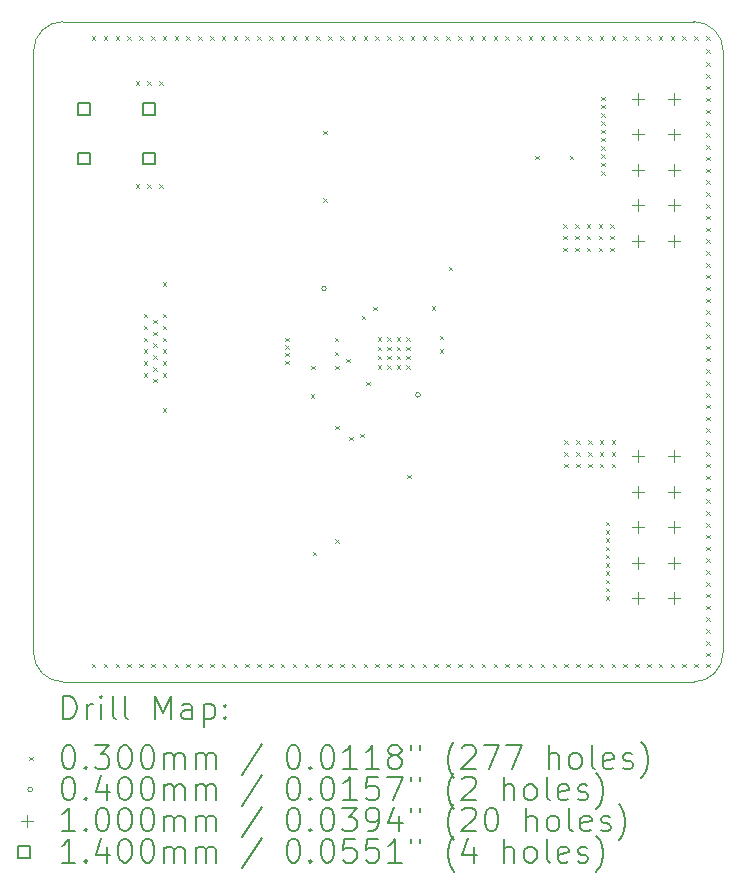
<source format=gbr>
%FSLAX45Y45*%
G04 Gerber Fmt 4.5, Leading zero omitted, Abs format (unit mm)*
G04 Created by KiCad (PCBNEW (5.99.0-12889-g70df3822b5)) date 2021-10-31 19:49:51*
%MOMM*%
%LPD*%
G01*
G04 APERTURE LIST*
%TA.AperFunction,Profile*%
%ADD10C,0.050000*%
%TD*%
%ADD11C,0.200000*%
%ADD12C,0.030000*%
%ADD13C,0.040000*%
%ADD14C,0.100000*%
%ADD15C,0.140000*%
G04 APERTURE END LIST*
D10*
X11230000Y-11270000D02*
X11230000Y-6180000D01*
X11480000Y-5930000D02*
G75*
G03*
X11230000Y-6180000I0J-250000D01*
G01*
X17070000Y-6180000D02*
G75*
G03*
X16820000Y-5930000I-250000J0D01*
G01*
X16820000Y-11520000D02*
G75*
G03*
X17070000Y-11270000I0J250000D01*
G01*
X11230000Y-11270000D02*
G75*
G03*
X11480000Y-11520000I250000J0D01*
G01*
X11480000Y-5930000D02*
X16820000Y-5930000D01*
X16820000Y-11520000D02*
X11480000Y-11520000D01*
X17070000Y-6180000D02*
X17070000Y-11270000D01*
D11*
D12*
X11725000Y-6055000D02*
X11755000Y-6085000D01*
X11755000Y-6055000D02*
X11725000Y-6085000D01*
X11725000Y-11365000D02*
X11755000Y-11395000D01*
X11755000Y-11365000D02*
X11725000Y-11395000D01*
X11825000Y-6055000D02*
X11855000Y-6085000D01*
X11855000Y-6055000D02*
X11825000Y-6085000D01*
X11825000Y-11365000D02*
X11855000Y-11395000D01*
X11855000Y-11365000D02*
X11825000Y-11395000D01*
X11925000Y-6055000D02*
X11955000Y-6085000D01*
X11955000Y-6055000D02*
X11925000Y-6085000D01*
X11925000Y-11365000D02*
X11955000Y-11395000D01*
X11955000Y-11365000D02*
X11925000Y-11395000D01*
X12025000Y-6055000D02*
X12055000Y-6085000D01*
X12055000Y-6055000D02*
X12025000Y-6085000D01*
X12025000Y-11365000D02*
X12055000Y-11395000D01*
X12055000Y-11365000D02*
X12025000Y-11395000D01*
X12095000Y-6435000D02*
X12125000Y-6465000D01*
X12125000Y-6435000D02*
X12095000Y-6465000D01*
X12095000Y-7305000D02*
X12125000Y-7335000D01*
X12125000Y-7305000D02*
X12095000Y-7335000D01*
X12125000Y-6055000D02*
X12155000Y-6085000D01*
X12155000Y-6055000D02*
X12125000Y-6085000D01*
X12125000Y-11365000D02*
X12155000Y-11395000D01*
X12155000Y-11365000D02*
X12125000Y-11395000D01*
X12165000Y-8405000D02*
X12195000Y-8435000D01*
X12195000Y-8405000D02*
X12165000Y-8435000D01*
X12165000Y-8505000D02*
X12195000Y-8535000D01*
X12195000Y-8505000D02*
X12165000Y-8535000D01*
X12165000Y-8605000D02*
X12195000Y-8635000D01*
X12195000Y-8605000D02*
X12165000Y-8635000D01*
X12165000Y-8705000D02*
X12195000Y-8735000D01*
X12195000Y-8705000D02*
X12165000Y-8735000D01*
X12165000Y-8805000D02*
X12195000Y-8835000D01*
X12195000Y-8805000D02*
X12165000Y-8835000D01*
X12165000Y-8905000D02*
X12195000Y-8935000D01*
X12195000Y-8905000D02*
X12165000Y-8935000D01*
X12195000Y-6435000D02*
X12225000Y-6465000D01*
X12225000Y-6435000D02*
X12195000Y-6465000D01*
X12195000Y-7305000D02*
X12225000Y-7335000D01*
X12225000Y-7305000D02*
X12195000Y-7335000D01*
X12225000Y-6055000D02*
X12255000Y-6085000D01*
X12255000Y-6055000D02*
X12225000Y-6085000D01*
X12225000Y-11365000D02*
X12255000Y-11395000D01*
X12255000Y-11365000D02*
X12225000Y-11395000D01*
X12245000Y-8455000D02*
X12275000Y-8485000D01*
X12275000Y-8455000D02*
X12245000Y-8485000D01*
X12245000Y-8555000D02*
X12275000Y-8585000D01*
X12275000Y-8555000D02*
X12245000Y-8585000D01*
X12245000Y-8655000D02*
X12275000Y-8685000D01*
X12275000Y-8655000D02*
X12245000Y-8685000D01*
X12245000Y-8755000D02*
X12275000Y-8785000D01*
X12275000Y-8755000D02*
X12245000Y-8785000D01*
X12245000Y-8855000D02*
X12275000Y-8885000D01*
X12275000Y-8855000D02*
X12245000Y-8885000D01*
X12245000Y-8955000D02*
X12275000Y-8985000D01*
X12275000Y-8955000D02*
X12245000Y-8985000D01*
X12295000Y-6435000D02*
X12325000Y-6465000D01*
X12325000Y-6435000D02*
X12295000Y-6465000D01*
X12295000Y-7305000D02*
X12325000Y-7335000D01*
X12325000Y-7305000D02*
X12295000Y-7335000D01*
X12325000Y-6055000D02*
X12355000Y-6085000D01*
X12355000Y-6055000D02*
X12325000Y-6085000D01*
X12325000Y-8135000D02*
X12355000Y-8165000D01*
X12355000Y-8135000D02*
X12325000Y-8165000D01*
X12325000Y-8405000D02*
X12355000Y-8435000D01*
X12355000Y-8405000D02*
X12325000Y-8435000D01*
X12325000Y-8505000D02*
X12355000Y-8535000D01*
X12355000Y-8505000D02*
X12325000Y-8535000D01*
X12325000Y-8605000D02*
X12355000Y-8635000D01*
X12355000Y-8605000D02*
X12325000Y-8635000D01*
X12325000Y-8705000D02*
X12355000Y-8735000D01*
X12355000Y-8705000D02*
X12325000Y-8735000D01*
X12325000Y-8805000D02*
X12355000Y-8835000D01*
X12355000Y-8805000D02*
X12325000Y-8835000D01*
X12325000Y-8905000D02*
X12355000Y-8935000D01*
X12355000Y-8905000D02*
X12325000Y-8935000D01*
X12325000Y-9205000D02*
X12355000Y-9235000D01*
X12355000Y-9205000D02*
X12325000Y-9235000D01*
X12325000Y-11365000D02*
X12355000Y-11395000D01*
X12355000Y-11365000D02*
X12325000Y-11395000D01*
X12425000Y-6055000D02*
X12455000Y-6085000D01*
X12455000Y-6055000D02*
X12425000Y-6085000D01*
X12425000Y-11365000D02*
X12455000Y-11395000D01*
X12455000Y-11365000D02*
X12425000Y-11395000D01*
X12525000Y-6055000D02*
X12555000Y-6085000D01*
X12555000Y-6055000D02*
X12525000Y-6085000D01*
X12525000Y-11365000D02*
X12555000Y-11395000D01*
X12555000Y-11365000D02*
X12525000Y-11395000D01*
X12625000Y-6055000D02*
X12655000Y-6085000D01*
X12655000Y-6055000D02*
X12625000Y-6085000D01*
X12625000Y-11365000D02*
X12655000Y-11395000D01*
X12655000Y-11365000D02*
X12625000Y-11395000D01*
X12725000Y-6055000D02*
X12755000Y-6085000D01*
X12755000Y-6055000D02*
X12725000Y-6085000D01*
X12725000Y-11365000D02*
X12755000Y-11395000D01*
X12755000Y-11365000D02*
X12725000Y-11395000D01*
X12825000Y-6055000D02*
X12855000Y-6085000D01*
X12855000Y-6055000D02*
X12825000Y-6085000D01*
X12825000Y-11365000D02*
X12855000Y-11395000D01*
X12855000Y-11365000D02*
X12825000Y-11395000D01*
X12925000Y-6055000D02*
X12955000Y-6085000D01*
X12955000Y-6055000D02*
X12925000Y-6085000D01*
X12925000Y-11365000D02*
X12955000Y-11395000D01*
X12955000Y-11365000D02*
X12925000Y-11395000D01*
X13025000Y-6055000D02*
X13055000Y-6085000D01*
X13055000Y-6055000D02*
X13025000Y-6085000D01*
X13025000Y-11365000D02*
X13055000Y-11395000D01*
X13055000Y-11365000D02*
X13025000Y-11395000D01*
X13125000Y-6055000D02*
X13155000Y-6085000D01*
X13155000Y-6055000D02*
X13125000Y-6085000D01*
X13125000Y-11365000D02*
X13155000Y-11395000D01*
X13155000Y-11365000D02*
X13125000Y-11395000D01*
X13225000Y-6055000D02*
X13255000Y-6085000D01*
X13255000Y-6055000D02*
X13225000Y-6085000D01*
X13225000Y-11365000D02*
X13255000Y-11395000D01*
X13255000Y-11365000D02*
X13225000Y-11395000D01*
X13325000Y-6055000D02*
X13355000Y-6085000D01*
X13355000Y-6055000D02*
X13325000Y-6085000D01*
X13325000Y-11365000D02*
X13355000Y-11395000D01*
X13355000Y-11365000D02*
X13325000Y-11395000D01*
X13360000Y-8605000D02*
X13390000Y-8635000D01*
X13390000Y-8605000D02*
X13360000Y-8635000D01*
X13360000Y-8670000D02*
X13390000Y-8700000D01*
X13390000Y-8670000D02*
X13360000Y-8700000D01*
X13360000Y-8735000D02*
X13390000Y-8765000D01*
X13390000Y-8735000D02*
X13360000Y-8765000D01*
X13360000Y-8800000D02*
X13390000Y-8830000D01*
X13390000Y-8800000D02*
X13360000Y-8830000D01*
X13425000Y-6055000D02*
X13455000Y-6085000D01*
X13455000Y-6055000D02*
X13425000Y-6085000D01*
X13425000Y-11365000D02*
X13455000Y-11395000D01*
X13455000Y-11365000D02*
X13425000Y-11395000D01*
X13525000Y-6055000D02*
X13555000Y-6085000D01*
X13555000Y-6055000D02*
X13525000Y-6085000D01*
X13525000Y-11365000D02*
X13555000Y-11395000D01*
X13555000Y-11365000D02*
X13525000Y-11395000D01*
X13576002Y-9086001D02*
X13606002Y-9116001D01*
X13606002Y-9086001D02*
X13576002Y-9116001D01*
X13580000Y-8845000D02*
X13610000Y-8875000D01*
X13610000Y-8845000D02*
X13580000Y-8875000D01*
X13595000Y-10420000D02*
X13625000Y-10450000D01*
X13625000Y-10420000D02*
X13595000Y-10450000D01*
X13625000Y-6055000D02*
X13655000Y-6085000D01*
X13655000Y-6055000D02*
X13625000Y-6085000D01*
X13625000Y-11365000D02*
X13655000Y-11395000D01*
X13655000Y-11365000D02*
X13625000Y-11395000D01*
X13685000Y-6855000D02*
X13715000Y-6885000D01*
X13715000Y-6855000D02*
X13685000Y-6885000D01*
X13685000Y-7425000D02*
X13715000Y-7455000D01*
X13715000Y-7425000D02*
X13685000Y-7455000D01*
X13725000Y-6055000D02*
X13755000Y-6085000D01*
X13755000Y-6055000D02*
X13725000Y-6085000D01*
X13725000Y-11365000D02*
X13755000Y-11395000D01*
X13755000Y-11365000D02*
X13725000Y-11395000D01*
X13779000Y-8605000D02*
X13809000Y-8635000D01*
X13809000Y-8605000D02*
X13779000Y-8635000D01*
X13779000Y-8726000D02*
X13809000Y-8756000D01*
X13809000Y-8726000D02*
X13779000Y-8756000D01*
X13785000Y-8845000D02*
X13815000Y-8875000D01*
X13815000Y-8845000D02*
X13785000Y-8875000D01*
X13785000Y-9350000D02*
X13815000Y-9380000D01*
X13815000Y-9350000D02*
X13785000Y-9380000D01*
X13785000Y-10315000D02*
X13815000Y-10345000D01*
X13815000Y-10315000D02*
X13785000Y-10345000D01*
X13825000Y-6055000D02*
X13855000Y-6085000D01*
X13855000Y-6055000D02*
X13825000Y-6085000D01*
X13825000Y-11365000D02*
X13855000Y-11395000D01*
X13855000Y-11365000D02*
X13825000Y-11395000D01*
X13880000Y-8785000D02*
X13910000Y-8815000D01*
X13910000Y-8785000D02*
X13880000Y-8815000D01*
X13905000Y-9445000D02*
X13935000Y-9475000D01*
X13935000Y-9445000D02*
X13905000Y-9475000D01*
X13925000Y-6055000D02*
X13955000Y-6085000D01*
X13955000Y-6055000D02*
X13925000Y-6085000D01*
X13925000Y-11365000D02*
X13955000Y-11395000D01*
X13955000Y-11365000D02*
X13925000Y-11395000D01*
X13995000Y-9420000D02*
X14025000Y-9450000D01*
X14025000Y-9420000D02*
X13995000Y-9450000D01*
X14010000Y-8420000D02*
X14040000Y-8450000D01*
X14040000Y-8420000D02*
X14010000Y-8450000D01*
X14025000Y-6055000D02*
X14055000Y-6085000D01*
X14055000Y-6055000D02*
X14025000Y-6085000D01*
X14025000Y-11365000D02*
X14055000Y-11395000D01*
X14055000Y-11365000D02*
X14025000Y-11395000D01*
X14045000Y-8978000D02*
X14075000Y-9008000D01*
X14075000Y-8978000D02*
X14045000Y-9008000D01*
X14105000Y-8345000D02*
X14135000Y-8375000D01*
X14135000Y-8345000D02*
X14105000Y-8375000D01*
X14125000Y-6055000D02*
X14155000Y-6085000D01*
X14155000Y-6055000D02*
X14125000Y-6085000D01*
X14125000Y-11365000D02*
X14155000Y-11395000D01*
X14155000Y-11365000D02*
X14125000Y-11395000D01*
X14145000Y-8601000D02*
X14175000Y-8631000D01*
X14175000Y-8601000D02*
X14145000Y-8631000D01*
X14145000Y-8681000D02*
X14175000Y-8711000D01*
X14175000Y-8681000D02*
X14145000Y-8711000D01*
X14145000Y-8761000D02*
X14175000Y-8791000D01*
X14175000Y-8761000D02*
X14145000Y-8791000D01*
X14145000Y-8841000D02*
X14175000Y-8871000D01*
X14175000Y-8841000D02*
X14145000Y-8871000D01*
X14225000Y-6055000D02*
X14255000Y-6085000D01*
X14255000Y-6055000D02*
X14225000Y-6085000D01*
X14225000Y-8601000D02*
X14255000Y-8631000D01*
X14255000Y-8601000D02*
X14225000Y-8631000D01*
X14225000Y-8681000D02*
X14255000Y-8711000D01*
X14255000Y-8681000D02*
X14225000Y-8711000D01*
X14225000Y-8761000D02*
X14255000Y-8791000D01*
X14255000Y-8761000D02*
X14225000Y-8791000D01*
X14225000Y-8841000D02*
X14255000Y-8871000D01*
X14255000Y-8841000D02*
X14225000Y-8871000D01*
X14225000Y-11365000D02*
X14255000Y-11395000D01*
X14255000Y-11365000D02*
X14225000Y-11395000D01*
X14305000Y-8601000D02*
X14335000Y-8631000D01*
X14335000Y-8601000D02*
X14305000Y-8631000D01*
X14305000Y-8681000D02*
X14335000Y-8711000D01*
X14335000Y-8681000D02*
X14305000Y-8711000D01*
X14305000Y-8761000D02*
X14335000Y-8791000D01*
X14335000Y-8761000D02*
X14305000Y-8791000D01*
X14305000Y-8841000D02*
X14335000Y-8871000D01*
X14335000Y-8841000D02*
X14305000Y-8871000D01*
X14325000Y-6055000D02*
X14355000Y-6085000D01*
X14355000Y-6055000D02*
X14325000Y-6085000D01*
X14325000Y-11365000D02*
X14355000Y-11395000D01*
X14355000Y-11365000D02*
X14325000Y-11395000D01*
X14385000Y-8601000D02*
X14415000Y-8631000D01*
X14415000Y-8601000D02*
X14385000Y-8631000D01*
X14385000Y-8681000D02*
X14415000Y-8711000D01*
X14415000Y-8681000D02*
X14385000Y-8711000D01*
X14385000Y-8761000D02*
X14415000Y-8791000D01*
X14415000Y-8761000D02*
X14385000Y-8791000D01*
X14385000Y-8841000D02*
X14415000Y-8871000D01*
X14415000Y-8841000D02*
X14385000Y-8871000D01*
X14395000Y-9765000D02*
X14425000Y-9795000D01*
X14425000Y-9765000D02*
X14395000Y-9795000D01*
X14425000Y-6055000D02*
X14455000Y-6085000D01*
X14455000Y-6055000D02*
X14425000Y-6085000D01*
X14425000Y-11365000D02*
X14455000Y-11395000D01*
X14455000Y-11365000D02*
X14425000Y-11395000D01*
X14525000Y-6055000D02*
X14555000Y-6085000D01*
X14555000Y-6055000D02*
X14525000Y-6085000D01*
X14525000Y-11365000D02*
X14555000Y-11395000D01*
X14555000Y-11365000D02*
X14525000Y-11395000D01*
X14600000Y-8340000D02*
X14630000Y-8370000D01*
X14630000Y-8340000D02*
X14600000Y-8370000D01*
X14625000Y-6055000D02*
X14655000Y-6085000D01*
X14655000Y-6055000D02*
X14625000Y-6085000D01*
X14625000Y-11365000D02*
X14655000Y-11395000D01*
X14655000Y-11365000D02*
X14625000Y-11395000D01*
X14669998Y-8704999D02*
X14699998Y-8734999D01*
X14699998Y-8704999D02*
X14669998Y-8734999D01*
X14670000Y-8590000D02*
X14700000Y-8620000D01*
X14700000Y-8590000D02*
X14670000Y-8620000D01*
X14725000Y-6055000D02*
X14755000Y-6085000D01*
X14755000Y-6055000D02*
X14725000Y-6085000D01*
X14725000Y-11365000D02*
X14755000Y-11395000D01*
X14755000Y-11365000D02*
X14725000Y-11395000D01*
X14745000Y-8005000D02*
X14775000Y-8035000D01*
X14775000Y-8005000D02*
X14745000Y-8035000D01*
X14825000Y-6055000D02*
X14855000Y-6085000D01*
X14855000Y-6055000D02*
X14825000Y-6085000D01*
X14825000Y-11365000D02*
X14855000Y-11395000D01*
X14855000Y-11365000D02*
X14825000Y-11395000D01*
X14925000Y-6055000D02*
X14955000Y-6085000D01*
X14955000Y-6055000D02*
X14925000Y-6085000D01*
X14925000Y-11365000D02*
X14955000Y-11395000D01*
X14955000Y-11365000D02*
X14925000Y-11395000D01*
X15025000Y-6055000D02*
X15055000Y-6085000D01*
X15055000Y-6055000D02*
X15025000Y-6085000D01*
X15025000Y-11365000D02*
X15055000Y-11395000D01*
X15055000Y-11365000D02*
X15025000Y-11395000D01*
X15125000Y-6055000D02*
X15155000Y-6085000D01*
X15155000Y-6055000D02*
X15125000Y-6085000D01*
X15125000Y-11365000D02*
X15155000Y-11395000D01*
X15155000Y-11365000D02*
X15125000Y-11395000D01*
X15225000Y-6055000D02*
X15255000Y-6085000D01*
X15255000Y-6055000D02*
X15225000Y-6085000D01*
X15225000Y-11365000D02*
X15255000Y-11395000D01*
X15255000Y-11365000D02*
X15225000Y-11395000D01*
X15325000Y-6055000D02*
X15355000Y-6085000D01*
X15355000Y-6055000D02*
X15325000Y-6085000D01*
X15325000Y-11365000D02*
X15355000Y-11395000D01*
X15355000Y-11365000D02*
X15325000Y-11395000D01*
X15425000Y-6055000D02*
X15455000Y-6085000D01*
X15455000Y-6055000D02*
X15425000Y-6085000D01*
X15425000Y-11365000D02*
X15455000Y-11395000D01*
X15455000Y-11365000D02*
X15425000Y-11395000D01*
X15480000Y-7065000D02*
X15510000Y-7095000D01*
X15510000Y-7065000D02*
X15480000Y-7095000D01*
X15525000Y-6055000D02*
X15555000Y-6085000D01*
X15555000Y-6055000D02*
X15525000Y-6085000D01*
X15525000Y-11365000D02*
X15555000Y-11395000D01*
X15555000Y-11365000D02*
X15525000Y-11395000D01*
X15625000Y-6055000D02*
X15655000Y-6085000D01*
X15655000Y-6055000D02*
X15625000Y-6085000D01*
X15625000Y-11365000D02*
X15655000Y-11395000D01*
X15655000Y-11365000D02*
X15625000Y-11395000D01*
X15715000Y-7645000D02*
X15745000Y-7675000D01*
X15745000Y-7645000D02*
X15715000Y-7675000D01*
X15715000Y-7745000D02*
X15745000Y-7775000D01*
X15745000Y-7745000D02*
X15715000Y-7775000D01*
X15715000Y-7845000D02*
X15745000Y-7875000D01*
X15745000Y-7845000D02*
X15715000Y-7875000D01*
X15725000Y-6055000D02*
X15755000Y-6085000D01*
X15755000Y-6055000D02*
X15725000Y-6085000D01*
X15725000Y-9475000D02*
X15755000Y-9505000D01*
X15755000Y-9475000D02*
X15725000Y-9505000D01*
X15725000Y-9575000D02*
X15755000Y-9605000D01*
X15755000Y-9575000D02*
X15725000Y-9605000D01*
X15725000Y-9675000D02*
X15755000Y-9705000D01*
X15755000Y-9675000D02*
X15725000Y-9705000D01*
X15725000Y-11365000D02*
X15755000Y-11395000D01*
X15755000Y-11365000D02*
X15725000Y-11395000D01*
X15770000Y-7065000D02*
X15800000Y-7095000D01*
X15800000Y-7065000D02*
X15770000Y-7095000D01*
X15815000Y-7645000D02*
X15845000Y-7675000D01*
X15845000Y-7645000D02*
X15815000Y-7675000D01*
X15815000Y-7745000D02*
X15845000Y-7775000D01*
X15845000Y-7745000D02*
X15815000Y-7775000D01*
X15815000Y-7845000D02*
X15845000Y-7875000D01*
X15845000Y-7845000D02*
X15815000Y-7875000D01*
X15825000Y-6055000D02*
X15855000Y-6085000D01*
X15855000Y-6055000D02*
X15825000Y-6085000D01*
X15825000Y-9475000D02*
X15855000Y-9505000D01*
X15855000Y-9475000D02*
X15825000Y-9505000D01*
X15825000Y-9575000D02*
X15855000Y-9605000D01*
X15855000Y-9575000D02*
X15825000Y-9605000D01*
X15825000Y-9675000D02*
X15855000Y-9705000D01*
X15855000Y-9675000D02*
X15825000Y-9705000D01*
X15825000Y-11365000D02*
X15855000Y-11395000D01*
X15855000Y-11365000D02*
X15825000Y-11395000D01*
X15915000Y-7645000D02*
X15945000Y-7675000D01*
X15945000Y-7645000D02*
X15915000Y-7675000D01*
X15915000Y-7745000D02*
X15945000Y-7775000D01*
X15945000Y-7745000D02*
X15915000Y-7775000D01*
X15915000Y-7845000D02*
X15945000Y-7875000D01*
X15945000Y-7845000D02*
X15915000Y-7875000D01*
X15925000Y-6055000D02*
X15955000Y-6085000D01*
X15955000Y-6055000D02*
X15925000Y-6085000D01*
X15925000Y-9475000D02*
X15955000Y-9505000D01*
X15955000Y-9475000D02*
X15925000Y-9505000D01*
X15925000Y-9575000D02*
X15955000Y-9605000D01*
X15955000Y-9575000D02*
X15925000Y-9605000D01*
X15925000Y-9675000D02*
X15955000Y-9705000D01*
X15955000Y-9675000D02*
X15925000Y-9705000D01*
X15925000Y-11365000D02*
X15955000Y-11395000D01*
X15955000Y-11365000D02*
X15925000Y-11395000D01*
X16015000Y-7645000D02*
X16045000Y-7675000D01*
X16045000Y-7645000D02*
X16015000Y-7675000D01*
X16015000Y-7745000D02*
X16045000Y-7775000D01*
X16045000Y-7745000D02*
X16015000Y-7775000D01*
X16015000Y-7845000D02*
X16045000Y-7875000D01*
X16045000Y-7845000D02*
X16015000Y-7875000D01*
X16025000Y-6055000D02*
X16055000Y-6085000D01*
X16055000Y-6055000D02*
X16025000Y-6085000D01*
X16025000Y-9475000D02*
X16055000Y-9505000D01*
X16055000Y-9475000D02*
X16025000Y-9505000D01*
X16025000Y-9575000D02*
X16055000Y-9605000D01*
X16055000Y-9575000D02*
X16025000Y-9605000D01*
X16025000Y-9675000D02*
X16055000Y-9705000D01*
X16055000Y-9675000D02*
X16025000Y-9705000D01*
X16025000Y-11365000D02*
X16055000Y-11395000D01*
X16055000Y-11365000D02*
X16025000Y-11395000D01*
X16035000Y-6565000D02*
X16065000Y-6595000D01*
X16065000Y-6565000D02*
X16035000Y-6595000D01*
X16035000Y-6635000D02*
X16065000Y-6665000D01*
X16065000Y-6635000D02*
X16035000Y-6665000D01*
X16035000Y-6705000D02*
X16065000Y-6735000D01*
X16065000Y-6705000D02*
X16035000Y-6735000D01*
X16035000Y-6775000D02*
X16065000Y-6805000D01*
X16065000Y-6775000D02*
X16035000Y-6805000D01*
X16035000Y-6845000D02*
X16065000Y-6875000D01*
X16065000Y-6845000D02*
X16035000Y-6875000D01*
X16035000Y-6915000D02*
X16065000Y-6945000D01*
X16065000Y-6915000D02*
X16035000Y-6945000D01*
X16035000Y-6985000D02*
X16065000Y-7015000D01*
X16065000Y-6985000D02*
X16035000Y-7015000D01*
X16035000Y-7055000D02*
X16065000Y-7085000D01*
X16065000Y-7055000D02*
X16035000Y-7085000D01*
X16035000Y-7125000D02*
X16065000Y-7155000D01*
X16065000Y-7125000D02*
X16035000Y-7155000D01*
X16035000Y-7195000D02*
X16065000Y-7225000D01*
X16065000Y-7195000D02*
X16035000Y-7225000D01*
X16075000Y-10165000D02*
X16105000Y-10195000D01*
X16105000Y-10165000D02*
X16075000Y-10195000D01*
X16075000Y-10235000D02*
X16105000Y-10265000D01*
X16105000Y-10235000D02*
X16075000Y-10265000D01*
X16075000Y-10305000D02*
X16105000Y-10335000D01*
X16105000Y-10305000D02*
X16075000Y-10335000D01*
X16075000Y-10375000D02*
X16105000Y-10405000D01*
X16105000Y-10375000D02*
X16075000Y-10405000D01*
X16075000Y-10445000D02*
X16105000Y-10475000D01*
X16105000Y-10445000D02*
X16075000Y-10475000D01*
X16075000Y-10515000D02*
X16105000Y-10545000D01*
X16105000Y-10515000D02*
X16075000Y-10545000D01*
X16075000Y-10585000D02*
X16105000Y-10615000D01*
X16105000Y-10585000D02*
X16075000Y-10615000D01*
X16075000Y-10655000D02*
X16105000Y-10685000D01*
X16105000Y-10655000D02*
X16075000Y-10685000D01*
X16075000Y-10725000D02*
X16105000Y-10755000D01*
X16105000Y-10725000D02*
X16075000Y-10755000D01*
X16075000Y-10795000D02*
X16105000Y-10825000D01*
X16105000Y-10795000D02*
X16075000Y-10825000D01*
X16115000Y-7645000D02*
X16145000Y-7675000D01*
X16145000Y-7645000D02*
X16115000Y-7675000D01*
X16115000Y-7745000D02*
X16145000Y-7775000D01*
X16145000Y-7745000D02*
X16115000Y-7775000D01*
X16115000Y-7845000D02*
X16145000Y-7875000D01*
X16145000Y-7845000D02*
X16115000Y-7875000D01*
X16125000Y-6055000D02*
X16155000Y-6085000D01*
X16155000Y-6055000D02*
X16125000Y-6085000D01*
X16125000Y-9475000D02*
X16155000Y-9505000D01*
X16155000Y-9475000D02*
X16125000Y-9505000D01*
X16125000Y-9575000D02*
X16155000Y-9605000D01*
X16155000Y-9575000D02*
X16125000Y-9605000D01*
X16125000Y-9675000D02*
X16155000Y-9705000D01*
X16155000Y-9675000D02*
X16125000Y-9705000D01*
X16125000Y-11365000D02*
X16155000Y-11395000D01*
X16155000Y-11365000D02*
X16125000Y-11395000D01*
X16225000Y-6055000D02*
X16255000Y-6085000D01*
X16255000Y-6055000D02*
X16225000Y-6085000D01*
X16225000Y-11365000D02*
X16255000Y-11395000D01*
X16255000Y-11365000D02*
X16225000Y-11395000D01*
X16325000Y-6055000D02*
X16355000Y-6085000D01*
X16355000Y-6055000D02*
X16325000Y-6085000D01*
X16325000Y-11365000D02*
X16355000Y-11395000D01*
X16355000Y-11365000D02*
X16325000Y-11395000D01*
X16425000Y-6055000D02*
X16455000Y-6085000D01*
X16455000Y-6055000D02*
X16425000Y-6085000D01*
X16425000Y-11365000D02*
X16455000Y-11395000D01*
X16455000Y-11365000D02*
X16425000Y-11395000D01*
X16525000Y-6055000D02*
X16555000Y-6085000D01*
X16555000Y-6055000D02*
X16525000Y-6085000D01*
X16525000Y-11365000D02*
X16555000Y-11395000D01*
X16555000Y-11365000D02*
X16525000Y-11395000D01*
X16625000Y-6055000D02*
X16655000Y-6085000D01*
X16655000Y-6055000D02*
X16625000Y-6085000D01*
X16625000Y-11365000D02*
X16655000Y-11395000D01*
X16655000Y-11365000D02*
X16625000Y-11395000D01*
X16725000Y-6055000D02*
X16755000Y-6085000D01*
X16755000Y-6055000D02*
X16725000Y-6085000D01*
X16725000Y-11365000D02*
X16755000Y-11395000D01*
X16755000Y-11365000D02*
X16725000Y-11395000D01*
X16825000Y-6055000D02*
X16855000Y-6085000D01*
X16855000Y-6055000D02*
X16825000Y-6085000D01*
X16825000Y-11365000D02*
X16855000Y-11395000D01*
X16855000Y-11365000D02*
X16825000Y-11395000D01*
X16925000Y-6055000D02*
X16955000Y-6085000D01*
X16955000Y-6055000D02*
X16925000Y-6085000D01*
X16925000Y-6165000D02*
X16955000Y-6195000D01*
X16955000Y-6165000D02*
X16925000Y-6195000D01*
X16925000Y-6375000D02*
X16955000Y-6405000D01*
X16955000Y-6375000D02*
X16925000Y-6405000D01*
X16925000Y-6475000D02*
X16955000Y-6505000D01*
X16955000Y-6475000D02*
X16925000Y-6505000D01*
X16925000Y-6575000D02*
X16955000Y-6605000D01*
X16955000Y-6575000D02*
X16925000Y-6605000D01*
X16925000Y-6775000D02*
X16955000Y-6805000D01*
X16955000Y-6775000D02*
X16925000Y-6805000D01*
X16925000Y-6875000D02*
X16955000Y-6905000D01*
X16955000Y-6875000D02*
X16925000Y-6905000D01*
X16925000Y-6975000D02*
X16955000Y-7005000D01*
X16955000Y-6975000D02*
X16925000Y-7005000D01*
X16925000Y-7275000D02*
X16955000Y-7305000D01*
X16955000Y-7275000D02*
X16925000Y-7305000D01*
X16925000Y-7375000D02*
X16955000Y-7405000D01*
X16955000Y-7375000D02*
X16925000Y-7405000D01*
X16925000Y-7475000D02*
X16955000Y-7505000D01*
X16955000Y-7475000D02*
X16925000Y-7505000D01*
X16925000Y-7675000D02*
X16955000Y-7705000D01*
X16955000Y-7675000D02*
X16925000Y-7705000D01*
X16925000Y-7775000D02*
X16955000Y-7805000D01*
X16955000Y-7775000D02*
X16925000Y-7805000D01*
X16925000Y-7875000D02*
X16955000Y-7905000D01*
X16955000Y-7875000D02*
X16925000Y-7905000D01*
X16925000Y-7975000D02*
X16955000Y-8005000D01*
X16955000Y-7975000D02*
X16925000Y-8005000D01*
X16925000Y-8175000D02*
X16955000Y-8205000D01*
X16955000Y-8175000D02*
X16925000Y-8205000D01*
X16925000Y-8275000D02*
X16955000Y-8305000D01*
X16955000Y-8275000D02*
X16925000Y-8305000D01*
X16925000Y-8375000D02*
X16955000Y-8405000D01*
X16955000Y-8375000D02*
X16925000Y-8405000D01*
X16925000Y-8575000D02*
X16955000Y-8605000D01*
X16955000Y-8575000D02*
X16925000Y-8605000D01*
X16925000Y-8675000D02*
X16955000Y-8705000D01*
X16955000Y-8675000D02*
X16925000Y-8705000D01*
X16925000Y-8775000D02*
X16955000Y-8805000D01*
X16955000Y-8775000D02*
X16925000Y-8805000D01*
X16925000Y-8875000D02*
X16955000Y-8905000D01*
X16955000Y-8875000D02*
X16925000Y-8905000D01*
X16925000Y-9075000D02*
X16955000Y-9105000D01*
X16955000Y-9075000D02*
X16925000Y-9105000D01*
X16925000Y-9175000D02*
X16955000Y-9205000D01*
X16955000Y-9175000D02*
X16925000Y-9205000D01*
X16925000Y-9275000D02*
X16955000Y-9305000D01*
X16955000Y-9275000D02*
X16925000Y-9305000D01*
X16925000Y-9575000D02*
X16955000Y-9605000D01*
X16955000Y-9575000D02*
X16925000Y-9605000D01*
X16925000Y-9675000D02*
X16955000Y-9705000D01*
X16955000Y-9675000D02*
X16925000Y-9705000D01*
X16925000Y-9775000D02*
X16955000Y-9805000D01*
X16955000Y-9775000D02*
X16925000Y-9805000D01*
X16925000Y-9975000D02*
X16955000Y-10005000D01*
X16955000Y-9975000D02*
X16925000Y-10005000D01*
X16925000Y-10075000D02*
X16955000Y-10105000D01*
X16955000Y-10075000D02*
X16925000Y-10105000D01*
X16925000Y-10175000D02*
X16955000Y-10205000D01*
X16955000Y-10175000D02*
X16925000Y-10205000D01*
X16925000Y-10475000D02*
X16955000Y-10505000D01*
X16955000Y-10475000D02*
X16925000Y-10505000D01*
X16925000Y-10575000D02*
X16955000Y-10605000D01*
X16955000Y-10575000D02*
X16925000Y-10605000D01*
X16925000Y-10675000D02*
X16955000Y-10705000D01*
X16955000Y-10675000D02*
X16925000Y-10705000D01*
X16925000Y-10875000D02*
X16955000Y-10905000D01*
X16955000Y-10875000D02*
X16925000Y-10905000D01*
X16925000Y-10975000D02*
X16955000Y-11005000D01*
X16955000Y-10975000D02*
X16925000Y-11005000D01*
X16925000Y-11075000D02*
X16955000Y-11105000D01*
X16955000Y-11075000D02*
X16925000Y-11105000D01*
X16925000Y-11175000D02*
X16955000Y-11205000D01*
X16955000Y-11175000D02*
X16925000Y-11205000D01*
X16925000Y-11365000D02*
X16955000Y-11395000D01*
X16955000Y-11365000D02*
X16925000Y-11395000D01*
X16925000Y-6275000D02*
X16955000Y-6305000D01*
X16955000Y-6275000D02*
X16925000Y-6305000D01*
X16925000Y-6675000D02*
X16955000Y-6705000D01*
X16955000Y-6675000D02*
X16925000Y-6705000D01*
X16925000Y-7075000D02*
X16955000Y-7105000D01*
X16955000Y-7075000D02*
X16925000Y-7105000D01*
X16925000Y-7175000D02*
X16955000Y-7205000D01*
X16955000Y-7175000D02*
X16925000Y-7205000D01*
X16925000Y-7575000D02*
X16955000Y-7605000D01*
X16955000Y-7575000D02*
X16925000Y-7605000D01*
X16925000Y-8075000D02*
X16955000Y-8105000D01*
X16955000Y-8075000D02*
X16925000Y-8105000D01*
X16925000Y-8475000D02*
X16955000Y-8505000D01*
X16955000Y-8475000D02*
X16925000Y-8505000D01*
X16925000Y-8975000D02*
X16955000Y-9005000D01*
X16955000Y-8975000D02*
X16925000Y-9005000D01*
X16925000Y-9375000D02*
X16955000Y-9405000D01*
X16955000Y-9375000D02*
X16925000Y-9405000D01*
X16925000Y-9475000D02*
X16955000Y-9505000D01*
X16955000Y-9475000D02*
X16925000Y-9505000D01*
X16925000Y-9875000D02*
X16955000Y-9905000D01*
X16955000Y-9875000D02*
X16925000Y-9905000D01*
X16925000Y-10275000D02*
X16955000Y-10305000D01*
X16955000Y-10275000D02*
X16925000Y-10305000D01*
X16925000Y-10375000D02*
X16955000Y-10405000D01*
X16955000Y-10375000D02*
X16925000Y-10405000D01*
X16925000Y-10775000D02*
X16955000Y-10805000D01*
X16955000Y-10775000D02*
X16925000Y-10805000D01*
X16925000Y-11275000D02*
X16955000Y-11305000D01*
X16955000Y-11275000D02*
X16925000Y-11305000D01*
D13*
X13710000Y-8190000D02*
G75*
G03*
X13710000Y-8190000I-20000J0D01*
G01*
X14505000Y-9090000D02*
G75*
G03*
X14505000Y-9090000I-20000J0D01*
G01*
D14*
X16350000Y-6536000D02*
X16350000Y-6636000D01*
X16300000Y-6586000D02*
X16400000Y-6586000D01*
X16350000Y-6836000D02*
X16350000Y-6936000D01*
X16300000Y-6886000D02*
X16400000Y-6886000D01*
X16350000Y-7136000D02*
X16350000Y-7236000D01*
X16300000Y-7186000D02*
X16400000Y-7186000D01*
X16350000Y-7436000D02*
X16350000Y-7536000D01*
X16300000Y-7486000D02*
X16400000Y-7486000D01*
X16350000Y-7736000D02*
X16350000Y-7836000D01*
X16300000Y-7786000D02*
X16400000Y-7786000D01*
X16350000Y-9561000D02*
X16350000Y-9661000D01*
X16300000Y-9611000D02*
X16400000Y-9611000D01*
X16350000Y-9861000D02*
X16350000Y-9961000D01*
X16300000Y-9911000D02*
X16400000Y-9911000D01*
X16350000Y-10161000D02*
X16350000Y-10261000D01*
X16300000Y-10211000D02*
X16400000Y-10211000D01*
X16350000Y-10461000D02*
X16350000Y-10561000D01*
X16300000Y-10511000D02*
X16400000Y-10511000D01*
X16350000Y-10761000D02*
X16350000Y-10861000D01*
X16300000Y-10811000D02*
X16400000Y-10811000D01*
X16650000Y-6536000D02*
X16650000Y-6636000D01*
X16600000Y-6586000D02*
X16700000Y-6586000D01*
X16650000Y-6836000D02*
X16650000Y-6936000D01*
X16600000Y-6886000D02*
X16700000Y-6886000D01*
X16650000Y-7136000D02*
X16650000Y-7236000D01*
X16600000Y-7186000D02*
X16700000Y-7186000D01*
X16650000Y-7436000D02*
X16650000Y-7536000D01*
X16600000Y-7486000D02*
X16700000Y-7486000D01*
X16650000Y-7736000D02*
X16650000Y-7836000D01*
X16600000Y-7786000D02*
X16700000Y-7786000D01*
X16650000Y-9561000D02*
X16650000Y-9661000D01*
X16600000Y-9611000D02*
X16700000Y-9611000D01*
X16650000Y-9861000D02*
X16650000Y-9961000D01*
X16600000Y-9911000D02*
X16700000Y-9911000D01*
X16650000Y-10161000D02*
X16650000Y-10261000D01*
X16600000Y-10211000D02*
X16700000Y-10211000D01*
X16650000Y-10461000D02*
X16650000Y-10561000D01*
X16600000Y-10511000D02*
X16700000Y-10511000D01*
X16650000Y-10761000D02*
X16650000Y-10861000D01*
X16600000Y-10811000D02*
X16700000Y-10811000D01*
D15*
X11709498Y-6719498D02*
X11709498Y-6620502D01*
X11610502Y-6620502D01*
X11610502Y-6719498D01*
X11709498Y-6719498D01*
X11709498Y-7139498D02*
X11709498Y-7040502D01*
X11610502Y-7040502D01*
X11610502Y-7139498D01*
X11709498Y-7139498D01*
X12259498Y-6719498D02*
X12259498Y-6620502D01*
X12160502Y-6620502D01*
X12160502Y-6719498D01*
X12259498Y-6719498D01*
X12259498Y-7139498D02*
X12259498Y-7040502D01*
X12160502Y-7040502D01*
X12160502Y-7139498D01*
X12259498Y-7139498D01*
D11*
X11480119Y-11837976D02*
X11480119Y-11637976D01*
X11527738Y-11637976D01*
X11556309Y-11647500D01*
X11575357Y-11666548D01*
X11584881Y-11685595D01*
X11594405Y-11723690D01*
X11594405Y-11752262D01*
X11584881Y-11790357D01*
X11575357Y-11809405D01*
X11556309Y-11828452D01*
X11527738Y-11837976D01*
X11480119Y-11837976D01*
X11680119Y-11837976D02*
X11680119Y-11704643D01*
X11680119Y-11742738D02*
X11689643Y-11723690D01*
X11699167Y-11714167D01*
X11718214Y-11704643D01*
X11737262Y-11704643D01*
X11803928Y-11837976D02*
X11803928Y-11704643D01*
X11803928Y-11637976D02*
X11794405Y-11647500D01*
X11803928Y-11657024D01*
X11813452Y-11647500D01*
X11803928Y-11637976D01*
X11803928Y-11657024D01*
X11927738Y-11837976D02*
X11908690Y-11828452D01*
X11899167Y-11809405D01*
X11899167Y-11637976D01*
X12032500Y-11837976D02*
X12013452Y-11828452D01*
X12003928Y-11809405D01*
X12003928Y-11637976D01*
X12261071Y-11837976D02*
X12261071Y-11637976D01*
X12327738Y-11780833D01*
X12394405Y-11637976D01*
X12394405Y-11837976D01*
X12575357Y-11837976D02*
X12575357Y-11733214D01*
X12565833Y-11714167D01*
X12546786Y-11704643D01*
X12508690Y-11704643D01*
X12489643Y-11714167D01*
X12575357Y-11828452D02*
X12556309Y-11837976D01*
X12508690Y-11837976D01*
X12489643Y-11828452D01*
X12480119Y-11809405D01*
X12480119Y-11790357D01*
X12489643Y-11771309D01*
X12508690Y-11761786D01*
X12556309Y-11761786D01*
X12575357Y-11752262D01*
X12670595Y-11704643D02*
X12670595Y-11904643D01*
X12670595Y-11714167D02*
X12689643Y-11704643D01*
X12727738Y-11704643D01*
X12746786Y-11714167D01*
X12756309Y-11723690D01*
X12765833Y-11742738D01*
X12765833Y-11799881D01*
X12756309Y-11818928D01*
X12746786Y-11828452D01*
X12727738Y-11837976D01*
X12689643Y-11837976D01*
X12670595Y-11828452D01*
X12851548Y-11818928D02*
X12861071Y-11828452D01*
X12851548Y-11837976D01*
X12842024Y-11828452D01*
X12851548Y-11818928D01*
X12851548Y-11837976D01*
X12851548Y-11714167D02*
X12861071Y-11723690D01*
X12851548Y-11733214D01*
X12842024Y-11723690D01*
X12851548Y-11714167D01*
X12851548Y-11733214D01*
D12*
X11192500Y-12152500D02*
X11222500Y-12182500D01*
X11222500Y-12152500D02*
X11192500Y-12182500D01*
D11*
X11518214Y-12057976D02*
X11537262Y-12057976D01*
X11556309Y-12067500D01*
X11565833Y-12077024D01*
X11575357Y-12096071D01*
X11584881Y-12134167D01*
X11584881Y-12181786D01*
X11575357Y-12219881D01*
X11565833Y-12238928D01*
X11556309Y-12248452D01*
X11537262Y-12257976D01*
X11518214Y-12257976D01*
X11499167Y-12248452D01*
X11489643Y-12238928D01*
X11480119Y-12219881D01*
X11470595Y-12181786D01*
X11470595Y-12134167D01*
X11480119Y-12096071D01*
X11489643Y-12077024D01*
X11499167Y-12067500D01*
X11518214Y-12057976D01*
X11670595Y-12238928D02*
X11680119Y-12248452D01*
X11670595Y-12257976D01*
X11661071Y-12248452D01*
X11670595Y-12238928D01*
X11670595Y-12257976D01*
X11746786Y-12057976D02*
X11870595Y-12057976D01*
X11803928Y-12134167D01*
X11832500Y-12134167D01*
X11851548Y-12143690D01*
X11861071Y-12153214D01*
X11870595Y-12172262D01*
X11870595Y-12219881D01*
X11861071Y-12238928D01*
X11851548Y-12248452D01*
X11832500Y-12257976D01*
X11775357Y-12257976D01*
X11756309Y-12248452D01*
X11746786Y-12238928D01*
X11994405Y-12057976D02*
X12013452Y-12057976D01*
X12032500Y-12067500D01*
X12042024Y-12077024D01*
X12051548Y-12096071D01*
X12061071Y-12134167D01*
X12061071Y-12181786D01*
X12051548Y-12219881D01*
X12042024Y-12238928D01*
X12032500Y-12248452D01*
X12013452Y-12257976D01*
X11994405Y-12257976D01*
X11975357Y-12248452D01*
X11965833Y-12238928D01*
X11956309Y-12219881D01*
X11946786Y-12181786D01*
X11946786Y-12134167D01*
X11956309Y-12096071D01*
X11965833Y-12077024D01*
X11975357Y-12067500D01*
X11994405Y-12057976D01*
X12184881Y-12057976D02*
X12203928Y-12057976D01*
X12222976Y-12067500D01*
X12232500Y-12077024D01*
X12242024Y-12096071D01*
X12251548Y-12134167D01*
X12251548Y-12181786D01*
X12242024Y-12219881D01*
X12232500Y-12238928D01*
X12222976Y-12248452D01*
X12203928Y-12257976D01*
X12184881Y-12257976D01*
X12165833Y-12248452D01*
X12156309Y-12238928D01*
X12146786Y-12219881D01*
X12137262Y-12181786D01*
X12137262Y-12134167D01*
X12146786Y-12096071D01*
X12156309Y-12077024D01*
X12165833Y-12067500D01*
X12184881Y-12057976D01*
X12337262Y-12257976D02*
X12337262Y-12124643D01*
X12337262Y-12143690D02*
X12346786Y-12134167D01*
X12365833Y-12124643D01*
X12394405Y-12124643D01*
X12413452Y-12134167D01*
X12422976Y-12153214D01*
X12422976Y-12257976D01*
X12422976Y-12153214D02*
X12432500Y-12134167D01*
X12451548Y-12124643D01*
X12480119Y-12124643D01*
X12499167Y-12134167D01*
X12508690Y-12153214D01*
X12508690Y-12257976D01*
X12603928Y-12257976D02*
X12603928Y-12124643D01*
X12603928Y-12143690D02*
X12613452Y-12134167D01*
X12632500Y-12124643D01*
X12661071Y-12124643D01*
X12680119Y-12134167D01*
X12689643Y-12153214D01*
X12689643Y-12257976D01*
X12689643Y-12153214D02*
X12699167Y-12134167D01*
X12718214Y-12124643D01*
X12746786Y-12124643D01*
X12765833Y-12134167D01*
X12775357Y-12153214D01*
X12775357Y-12257976D01*
X13165833Y-12048452D02*
X12994405Y-12305595D01*
X13422976Y-12057976D02*
X13442024Y-12057976D01*
X13461071Y-12067500D01*
X13470595Y-12077024D01*
X13480119Y-12096071D01*
X13489643Y-12134167D01*
X13489643Y-12181786D01*
X13480119Y-12219881D01*
X13470595Y-12238928D01*
X13461071Y-12248452D01*
X13442024Y-12257976D01*
X13422976Y-12257976D01*
X13403928Y-12248452D01*
X13394405Y-12238928D01*
X13384881Y-12219881D01*
X13375357Y-12181786D01*
X13375357Y-12134167D01*
X13384881Y-12096071D01*
X13394405Y-12077024D01*
X13403928Y-12067500D01*
X13422976Y-12057976D01*
X13575357Y-12238928D02*
X13584881Y-12248452D01*
X13575357Y-12257976D01*
X13565833Y-12248452D01*
X13575357Y-12238928D01*
X13575357Y-12257976D01*
X13708690Y-12057976D02*
X13727738Y-12057976D01*
X13746786Y-12067500D01*
X13756309Y-12077024D01*
X13765833Y-12096071D01*
X13775357Y-12134167D01*
X13775357Y-12181786D01*
X13765833Y-12219881D01*
X13756309Y-12238928D01*
X13746786Y-12248452D01*
X13727738Y-12257976D01*
X13708690Y-12257976D01*
X13689643Y-12248452D01*
X13680119Y-12238928D01*
X13670595Y-12219881D01*
X13661071Y-12181786D01*
X13661071Y-12134167D01*
X13670595Y-12096071D01*
X13680119Y-12077024D01*
X13689643Y-12067500D01*
X13708690Y-12057976D01*
X13965833Y-12257976D02*
X13851548Y-12257976D01*
X13908690Y-12257976D02*
X13908690Y-12057976D01*
X13889643Y-12086548D01*
X13870595Y-12105595D01*
X13851548Y-12115119D01*
X14156309Y-12257976D02*
X14042024Y-12257976D01*
X14099167Y-12257976D02*
X14099167Y-12057976D01*
X14080119Y-12086548D01*
X14061071Y-12105595D01*
X14042024Y-12115119D01*
X14270595Y-12143690D02*
X14251548Y-12134167D01*
X14242024Y-12124643D01*
X14232500Y-12105595D01*
X14232500Y-12096071D01*
X14242024Y-12077024D01*
X14251548Y-12067500D01*
X14270595Y-12057976D01*
X14308690Y-12057976D01*
X14327738Y-12067500D01*
X14337262Y-12077024D01*
X14346786Y-12096071D01*
X14346786Y-12105595D01*
X14337262Y-12124643D01*
X14327738Y-12134167D01*
X14308690Y-12143690D01*
X14270595Y-12143690D01*
X14251548Y-12153214D01*
X14242024Y-12162738D01*
X14232500Y-12181786D01*
X14232500Y-12219881D01*
X14242024Y-12238928D01*
X14251548Y-12248452D01*
X14270595Y-12257976D01*
X14308690Y-12257976D01*
X14327738Y-12248452D01*
X14337262Y-12238928D01*
X14346786Y-12219881D01*
X14346786Y-12181786D01*
X14337262Y-12162738D01*
X14327738Y-12153214D01*
X14308690Y-12143690D01*
X14422976Y-12057976D02*
X14422976Y-12096071D01*
X14499167Y-12057976D02*
X14499167Y-12096071D01*
X14794405Y-12334167D02*
X14784881Y-12324643D01*
X14765833Y-12296071D01*
X14756309Y-12277024D01*
X14746786Y-12248452D01*
X14737262Y-12200833D01*
X14737262Y-12162738D01*
X14746786Y-12115119D01*
X14756309Y-12086548D01*
X14765833Y-12067500D01*
X14784881Y-12038928D01*
X14794405Y-12029405D01*
X14861071Y-12077024D02*
X14870595Y-12067500D01*
X14889643Y-12057976D01*
X14937262Y-12057976D01*
X14956309Y-12067500D01*
X14965833Y-12077024D01*
X14975357Y-12096071D01*
X14975357Y-12115119D01*
X14965833Y-12143690D01*
X14851548Y-12257976D01*
X14975357Y-12257976D01*
X15042024Y-12057976D02*
X15175357Y-12057976D01*
X15089643Y-12257976D01*
X15232500Y-12057976D02*
X15365833Y-12057976D01*
X15280119Y-12257976D01*
X15594405Y-12257976D02*
X15594405Y-12057976D01*
X15680119Y-12257976D02*
X15680119Y-12153214D01*
X15670595Y-12134167D01*
X15651548Y-12124643D01*
X15622976Y-12124643D01*
X15603928Y-12134167D01*
X15594405Y-12143690D01*
X15803928Y-12257976D02*
X15784881Y-12248452D01*
X15775357Y-12238928D01*
X15765833Y-12219881D01*
X15765833Y-12162738D01*
X15775357Y-12143690D01*
X15784881Y-12134167D01*
X15803928Y-12124643D01*
X15832500Y-12124643D01*
X15851548Y-12134167D01*
X15861071Y-12143690D01*
X15870595Y-12162738D01*
X15870595Y-12219881D01*
X15861071Y-12238928D01*
X15851548Y-12248452D01*
X15832500Y-12257976D01*
X15803928Y-12257976D01*
X15984881Y-12257976D02*
X15965833Y-12248452D01*
X15956309Y-12229405D01*
X15956309Y-12057976D01*
X16137262Y-12248452D02*
X16118214Y-12257976D01*
X16080119Y-12257976D01*
X16061071Y-12248452D01*
X16051548Y-12229405D01*
X16051548Y-12153214D01*
X16061071Y-12134167D01*
X16080119Y-12124643D01*
X16118214Y-12124643D01*
X16137262Y-12134167D01*
X16146786Y-12153214D01*
X16146786Y-12172262D01*
X16051548Y-12191309D01*
X16222976Y-12248452D02*
X16242024Y-12257976D01*
X16280119Y-12257976D01*
X16299167Y-12248452D01*
X16308690Y-12229405D01*
X16308690Y-12219881D01*
X16299167Y-12200833D01*
X16280119Y-12191309D01*
X16251548Y-12191309D01*
X16232500Y-12181786D01*
X16222976Y-12162738D01*
X16222976Y-12153214D01*
X16232500Y-12134167D01*
X16251548Y-12124643D01*
X16280119Y-12124643D01*
X16299167Y-12134167D01*
X16375357Y-12334167D02*
X16384881Y-12324643D01*
X16403928Y-12296071D01*
X16413452Y-12277024D01*
X16422976Y-12248452D01*
X16432500Y-12200833D01*
X16432500Y-12162738D01*
X16422976Y-12115119D01*
X16413452Y-12086548D01*
X16403928Y-12067500D01*
X16384881Y-12038928D01*
X16375357Y-12029405D01*
D13*
X11222500Y-12431500D02*
G75*
G03*
X11222500Y-12431500I-20000J0D01*
G01*
D11*
X11518214Y-12321976D02*
X11537262Y-12321976D01*
X11556309Y-12331500D01*
X11565833Y-12341024D01*
X11575357Y-12360071D01*
X11584881Y-12398167D01*
X11584881Y-12445786D01*
X11575357Y-12483881D01*
X11565833Y-12502928D01*
X11556309Y-12512452D01*
X11537262Y-12521976D01*
X11518214Y-12521976D01*
X11499167Y-12512452D01*
X11489643Y-12502928D01*
X11480119Y-12483881D01*
X11470595Y-12445786D01*
X11470595Y-12398167D01*
X11480119Y-12360071D01*
X11489643Y-12341024D01*
X11499167Y-12331500D01*
X11518214Y-12321976D01*
X11670595Y-12502928D02*
X11680119Y-12512452D01*
X11670595Y-12521976D01*
X11661071Y-12512452D01*
X11670595Y-12502928D01*
X11670595Y-12521976D01*
X11851548Y-12388643D02*
X11851548Y-12521976D01*
X11803928Y-12312452D02*
X11756309Y-12455309D01*
X11880119Y-12455309D01*
X11994405Y-12321976D02*
X12013452Y-12321976D01*
X12032500Y-12331500D01*
X12042024Y-12341024D01*
X12051548Y-12360071D01*
X12061071Y-12398167D01*
X12061071Y-12445786D01*
X12051548Y-12483881D01*
X12042024Y-12502928D01*
X12032500Y-12512452D01*
X12013452Y-12521976D01*
X11994405Y-12521976D01*
X11975357Y-12512452D01*
X11965833Y-12502928D01*
X11956309Y-12483881D01*
X11946786Y-12445786D01*
X11946786Y-12398167D01*
X11956309Y-12360071D01*
X11965833Y-12341024D01*
X11975357Y-12331500D01*
X11994405Y-12321976D01*
X12184881Y-12321976D02*
X12203928Y-12321976D01*
X12222976Y-12331500D01*
X12232500Y-12341024D01*
X12242024Y-12360071D01*
X12251548Y-12398167D01*
X12251548Y-12445786D01*
X12242024Y-12483881D01*
X12232500Y-12502928D01*
X12222976Y-12512452D01*
X12203928Y-12521976D01*
X12184881Y-12521976D01*
X12165833Y-12512452D01*
X12156309Y-12502928D01*
X12146786Y-12483881D01*
X12137262Y-12445786D01*
X12137262Y-12398167D01*
X12146786Y-12360071D01*
X12156309Y-12341024D01*
X12165833Y-12331500D01*
X12184881Y-12321976D01*
X12337262Y-12521976D02*
X12337262Y-12388643D01*
X12337262Y-12407690D02*
X12346786Y-12398167D01*
X12365833Y-12388643D01*
X12394405Y-12388643D01*
X12413452Y-12398167D01*
X12422976Y-12417214D01*
X12422976Y-12521976D01*
X12422976Y-12417214D02*
X12432500Y-12398167D01*
X12451548Y-12388643D01*
X12480119Y-12388643D01*
X12499167Y-12398167D01*
X12508690Y-12417214D01*
X12508690Y-12521976D01*
X12603928Y-12521976D02*
X12603928Y-12388643D01*
X12603928Y-12407690D02*
X12613452Y-12398167D01*
X12632500Y-12388643D01*
X12661071Y-12388643D01*
X12680119Y-12398167D01*
X12689643Y-12417214D01*
X12689643Y-12521976D01*
X12689643Y-12417214D02*
X12699167Y-12398167D01*
X12718214Y-12388643D01*
X12746786Y-12388643D01*
X12765833Y-12398167D01*
X12775357Y-12417214D01*
X12775357Y-12521976D01*
X13165833Y-12312452D02*
X12994405Y-12569595D01*
X13422976Y-12321976D02*
X13442024Y-12321976D01*
X13461071Y-12331500D01*
X13470595Y-12341024D01*
X13480119Y-12360071D01*
X13489643Y-12398167D01*
X13489643Y-12445786D01*
X13480119Y-12483881D01*
X13470595Y-12502928D01*
X13461071Y-12512452D01*
X13442024Y-12521976D01*
X13422976Y-12521976D01*
X13403928Y-12512452D01*
X13394405Y-12502928D01*
X13384881Y-12483881D01*
X13375357Y-12445786D01*
X13375357Y-12398167D01*
X13384881Y-12360071D01*
X13394405Y-12341024D01*
X13403928Y-12331500D01*
X13422976Y-12321976D01*
X13575357Y-12502928D02*
X13584881Y-12512452D01*
X13575357Y-12521976D01*
X13565833Y-12512452D01*
X13575357Y-12502928D01*
X13575357Y-12521976D01*
X13708690Y-12321976D02*
X13727738Y-12321976D01*
X13746786Y-12331500D01*
X13756309Y-12341024D01*
X13765833Y-12360071D01*
X13775357Y-12398167D01*
X13775357Y-12445786D01*
X13765833Y-12483881D01*
X13756309Y-12502928D01*
X13746786Y-12512452D01*
X13727738Y-12521976D01*
X13708690Y-12521976D01*
X13689643Y-12512452D01*
X13680119Y-12502928D01*
X13670595Y-12483881D01*
X13661071Y-12445786D01*
X13661071Y-12398167D01*
X13670595Y-12360071D01*
X13680119Y-12341024D01*
X13689643Y-12331500D01*
X13708690Y-12321976D01*
X13965833Y-12521976D02*
X13851548Y-12521976D01*
X13908690Y-12521976D02*
X13908690Y-12321976D01*
X13889643Y-12350548D01*
X13870595Y-12369595D01*
X13851548Y-12379119D01*
X14146786Y-12321976D02*
X14051548Y-12321976D01*
X14042024Y-12417214D01*
X14051548Y-12407690D01*
X14070595Y-12398167D01*
X14118214Y-12398167D01*
X14137262Y-12407690D01*
X14146786Y-12417214D01*
X14156309Y-12436262D01*
X14156309Y-12483881D01*
X14146786Y-12502928D01*
X14137262Y-12512452D01*
X14118214Y-12521976D01*
X14070595Y-12521976D01*
X14051548Y-12512452D01*
X14042024Y-12502928D01*
X14222976Y-12321976D02*
X14356309Y-12321976D01*
X14270595Y-12521976D01*
X14422976Y-12321976D02*
X14422976Y-12360071D01*
X14499167Y-12321976D02*
X14499167Y-12360071D01*
X14794405Y-12598167D02*
X14784881Y-12588643D01*
X14765833Y-12560071D01*
X14756309Y-12541024D01*
X14746786Y-12512452D01*
X14737262Y-12464833D01*
X14737262Y-12426738D01*
X14746786Y-12379119D01*
X14756309Y-12350548D01*
X14765833Y-12331500D01*
X14784881Y-12302928D01*
X14794405Y-12293405D01*
X14861071Y-12341024D02*
X14870595Y-12331500D01*
X14889643Y-12321976D01*
X14937262Y-12321976D01*
X14956309Y-12331500D01*
X14965833Y-12341024D01*
X14975357Y-12360071D01*
X14975357Y-12379119D01*
X14965833Y-12407690D01*
X14851548Y-12521976D01*
X14975357Y-12521976D01*
X15213452Y-12521976D02*
X15213452Y-12321976D01*
X15299167Y-12521976D02*
X15299167Y-12417214D01*
X15289643Y-12398167D01*
X15270595Y-12388643D01*
X15242024Y-12388643D01*
X15222976Y-12398167D01*
X15213452Y-12407690D01*
X15422976Y-12521976D02*
X15403928Y-12512452D01*
X15394405Y-12502928D01*
X15384881Y-12483881D01*
X15384881Y-12426738D01*
X15394405Y-12407690D01*
X15403928Y-12398167D01*
X15422976Y-12388643D01*
X15451548Y-12388643D01*
X15470595Y-12398167D01*
X15480119Y-12407690D01*
X15489643Y-12426738D01*
X15489643Y-12483881D01*
X15480119Y-12502928D01*
X15470595Y-12512452D01*
X15451548Y-12521976D01*
X15422976Y-12521976D01*
X15603928Y-12521976D02*
X15584881Y-12512452D01*
X15575357Y-12493405D01*
X15575357Y-12321976D01*
X15756309Y-12512452D02*
X15737262Y-12521976D01*
X15699167Y-12521976D01*
X15680119Y-12512452D01*
X15670595Y-12493405D01*
X15670595Y-12417214D01*
X15680119Y-12398167D01*
X15699167Y-12388643D01*
X15737262Y-12388643D01*
X15756309Y-12398167D01*
X15765833Y-12417214D01*
X15765833Y-12436262D01*
X15670595Y-12455309D01*
X15842024Y-12512452D02*
X15861071Y-12521976D01*
X15899167Y-12521976D01*
X15918214Y-12512452D01*
X15927738Y-12493405D01*
X15927738Y-12483881D01*
X15918214Y-12464833D01*
X15899167Y-12455309D01*
X15870595Y-12455309D01*
X15851548Y-12445786D01*
X15842024Y-12426738D01*
X15842024Y-12417214D01*
X15851548Y-12398167D01*
X15870595Y-12388643D01*
X15899167Y-12388643D01*
X15918214Y-12398167D01*
X15994405Y-12598167D02*
X16003928Y-12588643D01*
X16022976Y-12560071D01*
X16032500Y-12541024D01*
X16042024Y-12512452D01*
X16051548Y-12464833D01*
X16051548Y-12426738D01*
X16042024Y-12379119D01*
X16032500Y-12350548D01*
X16022976Y-12331500D01*
X16003928Y-12302928D01*
X15994405Y-12293405D01*
D14*
X11172500Y-12645500D02*
X11172500Y-12745500D01*
X11122500Y-12695500D02*
X11222500Y-12695500D01*
D11*
X11584881Y-12785976D02*
X11470595Y-12785976D01*
X11527738Y-12785976D02*
X11527738Y-12585976D01*
X11508690Y-12614548D01*
X11489643Y-12633595D01*
X11470595Y-12643119D01*
X11670595Y-12766928D02*
X11680119Y-12776452D01*
X11670595Y-12785976D01*
X11661071Y-12776452D01*
X11670595Y-12766928D01*
X11670595Y-12785976D01*
X11803928Y-12585976D02*
X11822976Y-12585976D01*
X11842024Y-12595500D01*
X11851548Y-12605024D01*
X11861071Y-12624071D01*
X11870595Y-12662167D01*
X11870595Y-12709786D01*
X11861071Y-12747881D01*
X11851548Y-12766928D01*
X11842024Y-12776452D01*
X11822976Y-12785976D01*
X11803928Y-12785976D01*
X11784881Y-12776452D01*
X11775357Y-12766928D01*
X11765833Y-12747881D01*
X11756309Y-12709786D01*
X11756309Y-12662167D01*
X11765833Y-12624071D01*
X11775357Y-12605024D01*
X11784881Y-12595500D01*
X11803928Y-12585976D01*
X11994405Y-12585976D02*
X12013452Y-12585976D01*
X12032500Y-12595500D01*
X12042024Y-12605024D01*
X12051548Y-12624071D01*
X12061071Y-12662167D01*
X12061071Y-12709786D01*
X12051548Y-12747881D01*
X12042024Y-12766928D01*
X12032500Y-12776452D01*
X12013452Y-12785976D01*
X11994405Y-12785976D01*
X11975357Y-12776452D01*
X11965833Y-12766928D01*
X11956309Y-12747881D01*
X11946786Y-12709786D01*
X11946786Y-12662167D01*
X11956309Y-12624071D01*
X11965833Y-12605024D01*
X11975357Y-12595500D01*
X11994405Y-12585976D01*
X12184881Y-12585976D02*
X12203928Y-12585976D01*
X12222976Y-12595500D01*
X12232500Y-12605024D01*
X12242024Y-12624071D01*
X12251548Y-12662167D01*
X12251548Y-12709786D01*
X12242024Y-12747881D01*
X12232500Y-12766928D01*
X12222976Y-12776452D01*
X12203928Y-12785976D01*
X12184881Y-12785976D01*
X12165833Y-12776452D01*
X12156309Y-12766928D01*
X12146786Y-12747881D01*
X12137262Y-12709786D01*
X12137262Y-12662167D01*
X12146786Y-12624071D01*
X12156309Y-12605024D01*
X12165833Y-12595500D01*
X12184881Y-12585976D01*
X12337262Y-12785976D02*
X12337262Y-12652643D01*
X12337262Y-12671690D02*
X12346786Y-12662167D01*
X12365833Y-12652643D01*
X12394405Y-12652643D01*
X12413452Y-12662167D01*
X12422976Y-12681214D01*
X12422976Y-12785976D01*
X12422976Y-12681214D02*
X12432500Y-12662167D01*
X12451548Y-12652643D01*
X12480119Y-12652643D01*
X12499167Y-12662167D01*
X12508690Y-12681214D01*
X12508690Y-12785976D01*
X12603928Y-12785976D02*
X12603928Y-12652643D01*
X12603928Y-12671690D02*
X12613452Y-12662167D01*
X12632500Y-12652643D01*
X12661071Y-12652643D01*
X12680119Y-12662167D01*
X12689643Y-12681214D01*
X12689643Y-12785976D01*
X12689643Y-12681214D02*
X12699167Y-12662167D01*
X12718214Y-12652643D01*
X12746786Y-12652643D01*
X12765833Y-12662167D01*
X12775357Y-12681214D01*
X12775357Y-12785976D01*
X13165833Y-12576452D02*
X12994405Y-12833595D01*
X13422976Y-12585976D02*
X13442024Y-12585976D01*
X13461071Y-12595500D01*
X13470595Y-12605024D01*
X13480119Y-12624071D01*
X13489643Y-12662167D01*
X13489643Y-12709786D01*
X13480119Y-12747881D01*
X13470595Y-12766928D01*
X13461071Y-12776452D01*
X13442024Y-12785976D01*
X13422976Y-12785976D01*
X13403928Y-12776452D01*
X13394405Y-12766928D01*
X13384881Y-12747881D01*
X13375357Y-12709786D01*
X13375357Y-12662167D01*
X13384881Y-12624071D01*
X13394405Y-12605024D01*
X13403928Y-12595500D01*
X13422976Y-12585976D01*
X13575357Y-12766928D02*
X13584881Y-12776452D01*
X13575357Y-12785976D01*
X13565833Y-12776452D01*
X13575357Y-12766928D01*
X13575357Y-12785976D01*
X13708690Y-12585976D02*
X13727738Y-12585976D01*
X13746786Y-12595500D01*
X13756309Y-12605024D01*
X13765833Y-12624071D01*
X13775357Y-12662167D01*
X13775357Y-12709786D01*
X13765833Y-12747881D01*
X13756309Y-12766928D01*
X13746786Y-12776452D01*
X13727738Y-12785976D01*
X13708690Y-12785976D01*
X13689643Y-12776452D01*
X13680119Y-12766928D01*
X13670595Y-12747881D01*
X13661071Y-12709786D01*
X13661071Y-12662167D01*
X13670595Y-12624071D01*
X13680119Y-12605024D01*
X13689643Y-12595500D01*
X13708690Y-12585976D01*
X13842024Y-12585976D02*
X13965833Y-12585976D01*
X13899167Y-12662167D01*
X13927738Y-12662167D01*
X13946786Y-12671690D01*
X13956309Y-12681214D01*
X13965833Y-12700262D01*
X13965833Y-12747881D01*
X13956309Y-12766928D01*
X13946786Y-12776452D01*
X13927738Y-12785976D01*
X13870595Y-12785976D01*
X13851548Y-12776452D01*
X13842024Y-12766928D01*
X14061071Y-12785976D02*
X14099167Y-12785976D01*
X14118214Y-12776452D01*
X14127738Y-12766928D01*
X14146786Y-12738357D01*
X14156309Y-12700262D01*
X14156309Y-12624071D01*
X14146786Y-12605024D01*
X14137262Y-12595500D01*
X14118214Y-12585976D01*
X14080119Y-12585976D01*
X14061071Y-12595500D01*
X14051548Y-12605024D01*
X14042024Y-12624071D01*
X14042024Y-12671690D01*
X14051548Y-12690738D01*
X14061071Y-12700262D01*
X14080119Y-12709786D01*
X14118214Y-12709786D01*
X14137262Y-12700262D01*
X14146786Y-12690738D01*
X14156309Y-12671690D01*
X14327738Y-12652643D02*
X14327738Y-12785976D01*
X14280119Y-12576452D02*
X14232500Y-12719309D01*
X14356309Y-12719309D01*
X14422976Y-12585976D02*
X14422976Y-12624071D01*
X14499167Y-12585976D02*
X14499167Y-12624071D01*
X14794405Y-12862167D02*
X14784881Y-12852643D01*
X14765833Y-12824071D01*
X14756309Y-12805024D01*
X14746786Y-12776452D01*
X14737262Y-12728833D01*
X14737262Y-12690738D01*
X14746786Y-12643119D01*
X14756309Y-12614548D01*
X14765833Y-12595500D01*
X14784881Y-12566928D01*
X14794405Y-12557405D01*
X14861071Y-12605024D02*
X14870595Y-12595500D01*
X14889643Y-12585976D01*
X14937262Y-12585976D01*
X14956309Y-12595500D01*
X14965833Y-12605024D01*
X14975357Y-12624071D01*
X14975357Y-12643119D01*
X14965833Y-12671690D01*
X14851548Y-12785976D01*
X14975357Y-12785976D01*
X15099167Y-12585976D02*
X15118214Y-12585976D01*
X15137262Y-12595500D01*
X15146786Y-12605024D01*
X15156309Y-12624071D01*
X15165833Y-12662167D01*
X15165833Y-12709786D01*
X15156309Y-12747881D01*
X15146786Y-12766928D01*
X15137262Y-12776452D01*
X15118214Y-12785976D01*
X15099167Y-12785976D01*
X15080119Y-12776452D01*
X15070595Y-12766928D01*
X15061071Y-12747881D01*
X15051548Y-12709786D01*
X15051548Y-12662167D01*
X15061071Y-12624071D01*
X15070595Y-12605024D01*
X15080119Y-12595500D01*
X15099167Y-12585976D01*
X15403928Y-12785976D02*
X15403928Y-12585976D01*
X15489643Y-12785976D02*
X15489643Y-12681214D01*
X15480119Y-12662167D01*
X15461071Y-12652643D01*
X15432500Y-12652643D01*
X15413452Y-12662167D01*
X15403928Y-12671690D01*
X15613452Y-12785976D02*
X15594405Y-12776452D01*
X15584881Y-12766928D01*
X15575357Y-12747881D01*
X15575357Y-12690738D01*
X15584881Y-12671690D01*
X15594405Y-12662167D01*
X15613452Y-12652643D01*
X15642024Y-12652643D01*
X15661071Y-12662167D01*
X15670595Y-12671690D01*
X15680119Y-12690738D01*
X15680119Y-12747881D01*
X15670595Y-12766928D01*
X15661071Y-12776452D01*
X15642024Y-12785976D01*
X15613452Y-12785976D01*
X15794405Y-12785976D02*
X15775357Y-12776452D01*
X15765833Y-12757405D01*
X15765833Y-12585976D01*
X15946786Y-12776452D02*
X15927738Y-12785976D01*
X15889643Y-12785976D01*
X15870595Y-12776452D01*
X15861071Y-12757405D01*
X15861071Y-12681214D01*
X15870595Y-12662167D01*
X15889643Y-12652643D01*
X15927738Y-12652643D01*
X15946786Y-12662167D01*
X15956309Y-12681214D01*
X15956309Y-12700262D01*
X15861071Y-12719309D01*
X16032500Y-12776452D02*
X16051548Y-12785976D01*
X16089643Y-12785976D01*
X16108690Y-12776452D01*
X16118214Y-12757405D01*
X16118214Y-12747881D01*
X16108690Y-12728833D01*
X16089643Y-12719309D01*
X16061071Y-12719309D01*
X16042024Y-12709786D01*
X16032500Y-12690738D01*
X16032500Y-12681214D01*
X16042024Y-12662167D01*
X16061071Y-12652643D01*
X16089643Y-12652643D01*
X16108690Y-12662167D01*
X16184881Y-12862167D02*
X16194405Y-12852643D01*
X16213452Y-12824071D01*
X16222976Y-12805024D01*
X16232500Y-12776452D01*
X16242024Y-12728833D01*
X16242024Y-12690738D01*
X16232500Y-12643119D01*
X16222976Y-12614548D01*
X16213452Y-12595500D01*
X16194405Y-12566928D01*
X16184881Y-12557405D01*
D15*
X11201998Y-13008998D02*
X11201998Y-12910002D01*
X11103002Y-12910002D01*
X11103002Y-13008998D01*
X11201998Y-13008998D01*
D11*
X11584881Y-13049976D02*
X11470595Y-13049976D01*
X11527738Y-13049976D02*
X11527738Y-12849976D01*
X11508690Y-12878548D01*
X11489643Y-12897595D01*
X11470595Y-12907119D01*
X11670595Y-13030928D02*
X11680119Y-13040452D01*
X11670595Y-13049976D01*
X11661071Y-13040452D01*
X11670595Y-13030928D01*
X11670595Y-13049976D01*
X11851548Y-12916643D02*
X11851548Y-13049976D01*
X11803928Y-12840452D02*
X11756309Y-12983309D01*
X11880119Y-12983309D01*
X11994405Y-12849976D02*
X12013452Y-12849976D01*
X12032500Y-12859500D01*
X12042024Y-12869024D01*
X12051548Y-12888071D01*
X12061071Y-12926167D01*
X12061071Y-12973786D01*
X12051548Y-13011881D01*
X12042024Y-13030928D01*
X12032500Y-13040452D01*
X12013452Y-13049976D01*
X11994405Y-13049976D01*
X11975357Y-13040452D01*
X11965833Y-13030928D01*
X11956309Y-13011881D01*
X11946786Y-12973786D01*
X11946786Y-12926167D01*
X11956309Y-12888071D01*
X11965833Y-12869024D01*
X11975357Y-12859500D01*
X11994405Y-12849976D01*
X12184881Y-12849976D02*
X12203928Y-12849976D01*
X12222976Y-12859500D01*
X12232500Y-12869024D01*
X12242024Y-12888071D01*
X12251548Y-12926167D01*
X12251548Y-12973786D01*
X12242024Y-13011881D01*
X12232500Y-13030928D01*
X12222976Y-13040452D01*
X12203928Y-13049976D01*
X12184881Y-13049976D01*
X12165833Y-13040452D01*
X12156309Y-13030928D01*
X12146786Y-13011881D01*
X12137262Y-12973786D01*
X12137262Y-12926167D01*
X12146786Y-12888071D01*
X12156309Y-12869024D01*
X12165833Y-12859500D01*
X12184881Y-12849976D01*
X12337262Y-13049976D02*
X12337262Y-12916643D01*
X12337262Y-12935690D02*
X12346786Y-12926167D01*
X12365833Y-12916643D01*
X12394405Y-12916643D01*
X12413452Y-12926167D01*
X12422976Y-12945214D01*
X12422976Y-13049976D01*
X12422976Y-12945214D02*
X12432500Y-12926167D01*
X12451548Y-12916643D01*
X12480119Y-12916643D01*
X12499167Y-12926167D01*
X12508690Y-12945214D01*
X12508690Y-13049976D01*
X12603928Y-13049976D02*
X12603928Y-12916643D01*
X12603928Y-12935690D02*
X12613452Y-12926167D01*
X12632500Y-12916643D01*
X12661071Y-12916643D01*
X12680119Y-12926167D01*
X12689643Y-12945214D01*
X12689643Y-13049976D01*
X12689643Y-12945214D02*
X12699167Y-12926167D01*
X12718214Y-12916643D01*
X12746786Y-12916643D01*
X12765833Y-12926167D01*
X12775357Y-12945214D01*
X12775357Y-13049976D01*
X13165833Y-12840452D02*
X12994405Y-13097595D01*
X13422976Y-12849976D02*
X13442024Y-12849976D01*
X13461071Y-12859500D01*
X13470595Y-12869024D01*
X13480119Y-12888071D01*
X13489643Y-12926167D01*
X13489643Y-12973786D01*
X13480119Y-13011881D01*
X13470595Y-13030928D01*
X13461071Y-13040452D01*
X13442024Y-13049976D01*
X13422976Y-13049976D01*
X13403928Y-13040452D01*
X13394405Y-13030928D01*
X13384881Y-13011881D01*
X13375357Y-12973786D01*
X13375357Y-12926167D01*
X13384881Y-12888071D01*
X13394405Y-12869024D01*
X13403928Y-12859500D01*
X13422976Y-12849976D01*
X13575357Y-13030928D02*
X13584881Y-13040452D01*
X13575357Y-13049976D01*
X13565833Y-13040452D01*
X13575357Y-13030928D01*
X13575357Y-13049976D01*
X13708690Y-12849976D02*
X13727738Y-12849976D01*
X13746786Y-12859500D01*
X13756309Y-12869024D01*
X13765833Y-12888071D01*
X13775357Y-12926167D01*
X13775357Y-12973786D01*
X13765833Y-13011881D01*
X13756309Y-13030928D01*
X13746786Y-13040452D01*
X13727738Y-13049976D01*
X13708690Y-13049976D01*
X13689643Y-13040452D01*
X13680119Y-13030928D01*
X13670595Y-13011881D01*
X13661071Y-12973786D01*
X13661071Y-12926167D01*
X13670595Y-12888071D01*
X13680119Y-12869024D01*
X13689643Y-12859500D01*
X13708690Y-12849976D01*
X13956309Y-12849976D02*
X13861071Y-12849976D01*
X13851548Y-12945214D01*
X13861071Y-12935690D01*
X13880119Y-12926167D01*
X13927738Y-12926167D01*
X13946786Y-12935690D01*
X13956309Y-12945214D01*
X13965833Y-12964262D01*
X13965833Y-13011881D01*
X13956309Y-13030928D01*
X13946786Y-13040452D01*
X13927738Y-13049976D01*
X13880119Y-13049976D01*
X13861071Y-13040452D01*
X13851548Y-13030928D01*
X14146786Y-12849976D02*
X14051548Y-12849976D01*
X14042024Y-12945214D01*
X14051548Y-12935690D01*
X14070595Y-12926167D01*
X14118214Y-12926167D01*
X14137262Y-12935690D01*
X14146786Y-12945214D01*
X14156309Y-12964262D01*
X14156309Y-13011881D01*
X14146786Y-13030928D01*
X14137262Y-13040452D01*
X14118214Y-13049976D01*
X14070595Y-13049976D01*
X14051548Y-13040452D01*
X14042024Y-13030928D01*
X14346786Y-13049976D02*
X14232500Y-13049976D01*
X14289643Y-13049976D02*
X14289643Y-12849976D01*
X14270595Y-12878548D01*
X14251548Y-12897595D01*
X14232500Y-12907119D01*
X14422976Y-12849976D02*
X14422976Y-12888071D01*
X14499167Y-12849976D02*
X14499167Y-12888071D01*
X14794405Y-13126167D02*
X14784881Y-13116643D01*
X14765833Y-13088071D01*
X14756309Y-13069024D01*
X14746786Y-13040452D01*
X14737262Y-12992833D01*
X14737262Y-12954738D01*
X14746786Y-12907119D01*
X14756309Y-12878548D01*
X14765833Y-12859500D01*
X14784881Y-12830928D01*
X14794405Y-12821405D01*
X14956309Y-12916643D02*
X14956309Y-13049976D01*
X14908690Y-12840452D02*
X14861071Y-12983309D01*
X14984881Y-12983309D01*
X15213452Y-13049976D02*
X15213452Y-12849976D01*
X15299167Y-13049976D02*
X15299167Y-12945214D01*
X15289643Y-12926167D01*
X15270595Y-12916643D01*
X15242024Y-12916643D01*
X15222976Y-12926167D01*
X15213452Y-12935690D01*
X15422976Y-13049976D02*
X15403928Y-13040452D01*
X15394405Y-13030928D01*
X15384881Y-13011881D01*
X15384881Y-12954738D01*
X15394405Y-12935690D01*
X15403928Y-12926167D01*
X15422976Y-12916643D01*
X15451548Y-12916643D01*
X15470595Y-12926167D01*
X15480119Y-12935690D01*
X15489643Y-12954738D01*
X15489643Y-13011881D01*
X15480119Y-13030928D01*
X15470595Y-13040452D01*
X15451548Y-13049976D01*
X15422976Y-13049976D01*
X15603928Y-13049976D02*
X15584881Y-13040452D01*
X15575357Y-13021405D01*
X15575357Y-12849976D01*
X15756309Y-13040452D02*
X15737262Y-13049976D01*
X15699167Y-13049976D01*
X15680119Y-13040452D01*
X15670595Y-13021405D01*
X15670595Y-12945214D01*
X15680119Y-12926167D01*
X15699167Y-12916643D01*
X15737262Y-12916643D01*
X15756309Y-12926167D01*
X15765833Y-12945214D01*
X15765833Y-12964262D01*
X15670595Y-12983309D01*
X15842024Y-13040452D02*
X15861071Y-13049976D01*
X15899167Y-13049976D01*
X15918214Y-13040452D01*
X15927738Y-13021405D01*
X15927738Y-13011881D01*
X15918214Y-12992833D01*
X15899167Y-12983309D01*
X15870595Y-12983309D01*
X15851548Y-12973786D01*
X15842024Y-12954738D01*
X15842024Y-12945214D01*
X15851548Y-12926167D01*
X15870595Y-12916643D01*
X15899167Y-12916643D01*
X15918214Y-12926167D01*
X15994405Y-13126167D02*
X16003928Y-13116643D01*
X16022976Y-13088071D01*
X16032500Y-13069024D01*
X16042024Y-13040452D01*
X16051548Y-12992833D01*
X16051548Y-12954738D01*
X16042024Y-12907119D01*
X16032500Y-12878548D01*
X16022976Y-12859500D01*
X16003928Y-12830928D01*
X15994405Y-12821405D01*
M02*

</source>
